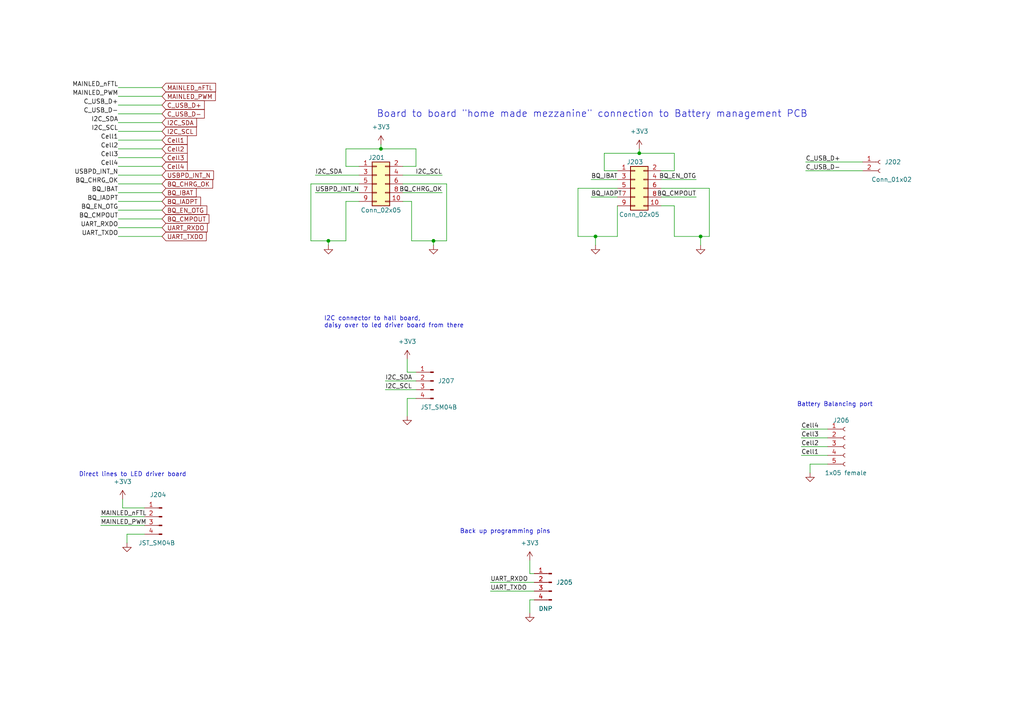
<source format=kicad_sch>
(kicad_sch (version 20211123) (generator eeschema)
  (paper "A4")
  (lib_symbols
    (symbol "Connector:Conn_01x02_Female" (pin_names (offset 1.016) hide)
      (property "Reference" "J" (at 0 2.54 0))
      (property "Value" "Conn_01x02_Female" (at 0 -5.08 0))
      (symbol "Conn_01x02_Female_1_1"
        (arc (start 0 -2.032) (mid -0.508 -2.54) (end 0 -3.048) (stroke (width 0.1524)))
        (polyline (pts (xy -1.27 -2.54) (xy -0.508 -2.54)) (stroke (width 0.1524)))
        (polyline (pts (xy -1.27 0) (xy -0.508 0)) (stroke (width 0.1524)))
        (arc (start 0 0.508) (mid -0.508 0) (end 0 -0.508) (stroke (width 0.1524)))
        (pin passive line (at -5.08 0 0) (length 3.81) (name "Pin_1") (number "1"))
        (pin passive line (at -5.08 -2.54 0) (length 3.81) (name "Pin_2") (number "2"))
      )
    )
    (symbol "Connector:Conn_01x04_Male" (pin_names (offset 1.016) hide)
      (property "Reference" "J" (at 0 5.08 0))
      (property "Value" "Conn_01x04_Male" (at 0 -7.62 0))
      (symbol "Conn_01x04_Male_1_1"
        (polyline (pts (xy 1.27 -5.08) (xy 0.8636 -5.08)) (stroke (width 0.1524)))
        (polyline (pts (xy 1.27 -2.54) (xy 0.8636 -2.54)) (stroke (width 0.1524)))
        (polyline (pts (xy 1.27 0) (xy 0.8636 0)) (stroke (width 0.1524)))
        (polyline (pts (xy 1.27 2.54) (xy 0.8636 2.54)) (stroke (width 0.1524)))
        (rectangle (start 0.8636 -4.953) (end 0 -5.207) (stroke (width 0.1524)) (fill (type outline)))
        (rectangle (start 0.8636 -2.413) (end 0 -2.667) (stroke (width 0.1524)) (fill (type outline)))
        (rectangle (start 0.8636 0.127) (end 0 -0.127) (stroke (width 0.1524)) (fill (type outline)))
        (rectangle (start 0.8636 2.667) (end 0 2.413) (stroke (width 0.1524)) (fill (type outline)))
        (pin passive line (at 5.08 2.54 180) (length 3.81) (name "Pin_1") (number "1"))
        (pin passive line (at 5.08 0 180) (length 3.81) (name "Pin_2") (number "2"))
        (pin passive line (at 5.08 -2.54 180) (length 3.81) (name "Pin_3") (number "3"))
        (pin passive line (at 5.08 -5.08 180) (length 3.81) (name "Pin_4") (number "4"))
      )
    )
    (symbol "Connector:Conn_01x05_Female" (pin_names (offset 1.016) hide)
      (property "Reference" "J" (at 0 7.62 0))
      (property "Value" "Conn_01x05_Female" (at 0 -7.62 0))
      (symbol "Conn_01x05_Female_1_1"
        (arc (start 0 -4.572) (mid -0.508 -5.08) (end 0 -5.588) (stroke (width 0.1524)))
        (arc (start 0 -2.032) (mid -0.508 -2.54) (end 0 -3.048) (stroke (width 0.1524)))
        (polyline (pts (xy -1.27 -5.08) (xy -0.508 -5.08)) (stroke (width 0.1524)))
        (polyline (pts (xy -1.27 -2.54) (xy -0.508 -2.54)) (stroke (width 0.1524)))
        (polyline (pts (xy -1.27 0) (xy -0.508 0)) (stroke (width 0.1524)))
        (polyline (pts (xy -1.27 2.54) (xy -0.508 2.54)) (stroke (width 0.1524)))
        (polyline (pts (xy -1.27 5.08) (xy -0.508 5.08)) (stroke (width 0.1524)))
        (arc (start 0 0.508) (mid -0.508 0) (end 0 -0.508) (stroke (width 0.1524)))
        (arc (start 0 3.048) (mid -0.508 2.54) (end 0 2.032) (stroke (width 0.1524)))
        (arc (start 0 5.588) (mid -0.508 5.08) (end 0 4.572) (stroke (width 0.1524)))
        (pin passive line (at -5.08 5.08 0) (length 3.81) (name "Pin_1") (number "1"))
        (pin passive line (at -5.08 2.54 0) (length 3.81) (name "Pin_2") (number "2"))
        (pin passive line (at -5.08 0 0) (length 3.81) (name "Pin_3") (number "3"))
        (pin passive line (at -5.08 -2.54 0) (length 3.81) (name "Pin_4") (number "4"))
        (pin passive line (at -5.08 -5.08 0) (length 3.81) (name "Pin_5") (number "5"))
      )
    )
    (symbol "Connector_Generic:Conn_02x05_Odd_Even" (pin_names (offset 1.016) hide)
      (property "Reference" "J" (at 1.27 7.62 0))
      (property "Value" "Conn_02x05_Odd_Even" (at 1.27 -7.62 0))
      (symbol "Conn_02x05_Odd_Even_1_1"
        (rectangle (start -1.27 -4.953) (end 0 -5.207) (stroke (width 0.1524)))
        (rectangle (start -1.27 -2.413) (end 0 -2.667) (stroke (width 0.1524)))
        (rectangle (start -1.27 0.127) (end 0 -0.127) (stroke (width 0.1524)))
        (rectangle (start -1.27 2.667) (end 0 2.413) (stroke (width 0.1524)))
        (rectangle (start -1.27 5.207) (end 0 4.953) (stroke (width 0.1524)))
        (rectangle (start -1.27 6.35) (end 3.81 -6.35) (stroke (width 0.254)) (fill (type background)))
        (rectangle (start 3.81 -4.953) (end 2.54 -5.207) (stroke (width 0.1524)))
        (rectangle (start 3.81 -2.413) (end 2.54 -2.667) (stroke (width 0.1524)))
        (rectangle (start 3.81 0.127) (end 2.54 -0.127) (stroke (width 0.1524)))
        (rectangle (start 3.81 2.667) (end 2.54 2.413) (stroke (width 0.1524)))
        (rectangle (start 3.81 5.207) (end 2.54 4.953) (stroke (width 0.1524)))
        (pin passive line (at -5.08 5.08 0) (length 3.81) (name "Pin_1") (number "1"))
        (pin passive line (at 7.62 -5.08 180) (length 3.81) (name "Pin_10") (number "10"))
        (pin passive line (at 7.62 5.08 180) (length 3.81) (name "Pin_2") (number "2"))
        (pin passive line (at -5.08 2.54 0) (length 3.81) (name "Pin_3") (number "3"))
        (pin passive line (at 7.62 2.54 180) (length 3.81) (name "Pin_4") (number "4"))
        (pin passive line (at -5.08 0 0) (length 3.81) (name "Pin_5") (number "5"))
        (pin passive line (at 7.62 0 180) (length 3.81) (name "Pin_6") (number "6"))
        (pin passive line (at -5.08 -2.54 0) (length 3.81) (name "Pin_7") (number "7"))
        (pin passive line (at 7.62 -2.54 180) (length 3.81) (name "Pin_8") (number "8"))
        (pin passive line (at -5.08 -5.08 0) (length 3.81) (name "Pin_9") (number "9"))
      )
    )
    (symbol "power:+3V3" (power) (pin_names (offset 0))
      (property "Value" "+3V3" (at 0 3.556 0))
      (symbol "+3V3_0_1"
        (polyline (pts (xy -0.762 1.27) (xy 0 2.54)))
        (polyline (pts (xy 0 0) (xy 0 2.54)))
        (polyline (pts (xy 0 2.54) (xy 0.762 1.27)))
      )
      (symbol "+3V3_1_1"
        (pin power_in line (at 0 0 90) (length 0) hide (name "+3V3") (number "1"))
      )
    )
    (symbol "power:GND" (power) (pin_names (offset 0))
      (property "Value" "GND" (at 0 -3.81 0))
      (symbol "GND_0_1"
        (polyline (pts (xy 0 0) (xy 0 -1.27) (xy 1.27 -1.27) (xy 0 -2.54) (xy -1.27 -1.27) (xy 0 -1.27)))
      )
      (symbol "GND_1_1"
        (pin power_in line (at 0 0 270) (length 0) hide (name "GND") (number "1"))
      )
    )
  )
  (junction (at 185.42 44.45))
  (junction (at 203.2 68.58))
  (junction (at 125.73 69.85))
  (junction (at 110.49 43.18))
  (junction (at 172.72 68.58))
  (junction (at 95.25 69.85))
  (wire (pts (xy 142.24 171.45) (xy 154.94 171.45)))
  (wire (pts (xy 203.2 68.58) (xy 205.74 68.58)))
  (wire (pts (xy 116.84 48.26) (xy 120.65 48.26)))
  (wire (pts (xy 179.07 54.61) (xy 167.64 54.61)))
  (wire (pts (xy 232.41 127) (xy 240.03 127)))
  (wire (pts (xy 154.94 173.99) (xy 153.67 173.99)))
  (wire (pts (xy 232.41 129.54) (xy 240.03 129.54)))
  (wire (pts (xy 172.72 68.58) (xy 179.07 68.58)))
  (wire (pts (xy 34.29 55.88) (xy 46.99 55.88)))
  (wire (pts (xy 90.17 53.34) (xy 90.17 69.85)))
  (wire (pts (xy 34.29 66.04) (xy 46.99 66.04)))
  (wire (pts (xy 116.84 53.34) (xy 129.54 53.34)))
  (wire (pts (xy 172.72 68.58) (xy 172.72 71.12)))
  (wire (pts (xy 110.49 43.18) (xy 120.65 43.18)))
  (wire (pts (xy 34.29 25.4) (xy 46.99 25.4)))
  (wire (pts (xy 36.83 154.94) (xy 41.91 154.94)))
  (wire (pts (xy 119.38 58.42) (xy 119.38 69.85)))
  (wire (pts (xy 185.42 44.45) (xy 195.58 44.45)))
  (wire (pts (xy 111.76 113.03) (xy 120.65 113.03)))
  (wire (pts (xy 90.17 53.34) (xy 104.14 53.34)))
  (wire (pts (xy 100.33 43.18) (xy 100.33 48.26)))
  (wire (pts (xy 116.84 55.88) (xy 128.27 55.88)))
  (wire (pts (xy 195.58 68.58) (xy 203.2 68.58)))
  (wire (pts (xy 205.74 68.58) (xy 205.74 54.61)))
  (wire (pts (xy 232.41 132.08) (xy 240.03 132.08)))
  (wire (pts (xy 167.64 54.61) (xy 167.64 68.58)))
  (wire (pts (xy 91.44 55.88) (xy 104.14 55.88)))
  (wire (pts (xy 34.29 30.48) (xy 46.99 30.48)))
  (wire (pts (xy 191.77 49.53) (xy 195.58 49.53)))
  (wire (pts (xy 91.44 50.8) (xy 104.14 50.8)))
  (wire (pts (xy 179.07 59.69) (xy 179.07 68.58)))
  (wire (pts (xy 100.33 43.18) (xy 110.49 43.18)))
  (wire (pts (xy 203.2 68.58) (xy 203.2 71.12)))
  (wire (pts (xy 120.65 43.18) (xy 120.65 48.26)))
  (wire (pts (xy 119.38 69.85) (xy 125.73 69.85)))
  (wire (pts (xy 34.29 58.42) (xy 46.99 58.42)))
  (wire (pts (xy 95.25 69.85) (xy 100.33 69.85)))
  (wire (pts (xy 34.29 60.96) (xy 46.99 60.96)))
  (wire (pts (xy 175.26 44.45) (xy 185.42 44.45)))
  (wire (pts (xy 191.77 52.07) (xy 201.93 52.07)))
  (wire (pts (xy 179.07 49.53) (xy 175.26 49.53)))
  (wire (pts (xy 171.45 57.15) (xy 179.07 57.15)))
  (wire (pts (xy 104.14 48.26) (xy 100.33 48.26)))
  (wire (pts (xy 111.76 110.49) (xy 120.65 110.49)))
  (wire (pts (xy 185.42 43.18) (xy 185.42 44.45)))
  (wire (pts (xy 234.95 134.62) (xy 234.95 137.16)))
  (wire (pts (xy 232.41 124.46) (xy 240.03 124.46)))
  (wire (pts (xy 153.67 173.99) (xy 153.67 177.8)))
  (wire (pts (xy 29.21 149.86) (xy 41.91 149.86)))
  (wire (pts (xy 233.68 46.99) (xy 250.19 46.99)))
  (wire (pts (xy 171.45 52.07) (xy 179.07 52.07)))
  (wire (pts (xy 95.25 71.12) (xy 95.25 69.85)))
  (wire (pts (xy 195.58 44.45) (xy 195.58 49.53)))
  (wire (pts (xy 100.33 58.42) (xy 100.33 69.85)))
  (wire (pts (xy 205.74 54.61) (xy 191.77 54.61)))
  (wire (pts (xy 120.65 115.57) (xy 118.11 115.57)))
  (wire (pts (xy 120.65 107.95) (xy 118.11 107.95)))
  (wire (pts (xy 34.29 35.56) (xy 46.99 35.56)))
  (wire (pts (xy 118.11 115.57) (xy 118.11 120.65)))
  (wire (pts (xy 34.29 43.18) (xy 46.99 43.18)))
  (wire (pts (xy 233.68 49.53) (xy 250.19 49.53)))
  (wire (pts (xy 90.17 69.85) (xy 95.25 69.85)))
  (wire (pts (xy 34.29 50.8) (xy 46.99 50.8)))
  (wire (pts (xy 34.29 38.1) (xy 46.99 38.1)))
  (wire (pts (xy 34.29 33.02) (xy 46.99 33.02)))
  (wire (pts (xy 172.72 68.58) (xy 167.64 68.58)))
  (wire (pts (xy 100.33 58.42) (xy 104.14 58.42)))
  (wire (pts (xy 35.56 147.32) (xy 41.91 147.32)))
  (wire (pts (xy 153.67 162.56) (xy 153.67 166.37)))
  (wire (pts (xy 34.29 27.94) (xy 46.99 27.94)))
  (wire (pts (xy 125.73 69.85) (xy 125.73 71.12)))
  (wire (pts (xy 34.29 48.26) (xy 46.99 48.26)))
  (wire (pts (xy 34.29 40.64) (xy 46.99 40.64)))
  (wire (pts (xy 175.26 44.45) (xy 175.26 49.53)))
  (wire (pts (xy 116.84 58.42) (xy 119.38 58.42)))
  (wire (pts (xy 34.29 53.34) (xy 46.99 53.34)))
  (wire (pts (xy 125.73 69.85) (xy 129.54 69.85)))
  (wire (pts (xy 34.29 45.72) (xy 46.99 45.72)))
  (wire (pts (xy 142.24 168.91) (xy 154.94 168.91)))
  (wire (pts (xy 116.84 50.8) (xy 128.27 50.8)))
  (wire (pts (xy 191.77 57.15) (xy 201.93 57.15)))
  (wire (pts (xy 34.29 63.5) (xy 46.99 63.5)))
  (wire (pts (xy 34.29 68.58) (xy 46.99 68.58)))
  (wire (pts (xy 36.83 154.94) (xy 36.83 157.48)))
  (wire (pts (xy 129.54 53.34) (xy 129.54 69.85)))
  (wire (pts (xy 29.21 152.4) (xy 41.91 152.4)))
  (wire (pts (xy 35.56 147.32) (xy 35.56 144.78)))
  (wire (pts (xy 153.67 166.37) (xy 154.94 166.37)))
  (wire (pts (xy 110.49 41.91) (xy 110.49 43.18)))
  (wire (pts (xy 195.58 59.69) (xy 195.58 68.58)))
  (wire (pts (xy 191.77 59.69) (xy 195.58 59.69)))
  (wire (pts (xy 118.11 107.95) (xy 118.11 104.14)))
  (wire (pts (xy 240.03 134.62) (xy 234.95 134.62)))
  (text "Back up programming pins" (at 133.35 154.94 0) (effects (font (size 1.27 1.27)) (justify left bottom)))
  (text "Board to board \"home made mezzanine\" connection to Battery management PCB\n" (at 109.22 34.29 0) (effects (font (size 2 2)) (justify left bottom)))
  (text "Battery Balancing port" (at 231.14 118.11 0) (effects (font (size 1.27 1.27)) (justify left bottom)))
  (text "I2C connector to hall board, \ndaisy over to led driver board from there\n" (at 93.98 95.25 0) (effects (font (size 1.27 1.27)) (justify left bottom)))
  (text "Direct lines to LED driver board\n" (at 22.86 138.43 0) (effects (font (size 1.27 1.27)) (justify left bottom)))
  (label "BQ_IADPT" (at 34.29 58.42 180))
  (label "UART_RXDO" (at 34.29 66.04 180))
  (label "C_USB_D+" (at 233.68 46.99 0))
  (label "BQ_EN_OTG" (at 34.29 60.96 180))
  (label "UART_TXDO" (at 142.24 171.45 0))
  (label "C_USB_D-" (at 233.68 49.53 0))
  (label "I2C_SDA" (at 34.29 35.56 180))
  (label "Cell3" (at 232.41 127 0))
  (label "Cell2" (at 34.29 43.18 180))
  (label "BQ_IBAT" (at 34.29 55.88 180))
  (label "BQ_CMPOUT" (at 34.29 63.5 180))
  (label "Cell3" (at 34.29 45.72 180))
  (label "MAINLED_nFTL" (at 34.29 25.4 180))
  (label "BQ_IADPT" (at 171.45 57.15 0))
  (label "MAINLED_PWM" (at 29.21 152.4 0))
  (label "Cell2" (at 232.41 129.54 0))
  (label "BQ_IBAT" (at 171.45 52.07 0))
  (label "Cell4" (at 34.29 48.26 180))
  (label "USBPD_INT_N" (at 91.44 55.88 0))
  (label "Cell4" (at 232.41 124.46 0))
  (label "BQ_CMPOUT" (at 201.93 57.15 180))
  (label "MAINLED_nFTL" (at 29.21 149.86 0))
  (label "I2C_SDA" (at 91.44 50.8 0))
  (label "BQ_CHRG_OK" (at 34.29 53.34 180))
  (label "UART_TXDO" (at 34.29 68.58 180))
  (label "I2C_SDA" (at 111.76 110.49 0))
  (label "I2C_SCL" (at 128.27 50.8 180))
  (label "MAINLED_PWM" (at 34.29 27.94 180))
  (label "C_USB_D-" (at 34.29 33.02 180))
  (label "I2C_SCL" (at 34.29 38.1 180))
  (label "Cell1" (at 34.29 40.64 180))
  (label "USBPD_INT_N" (at 34.29 50.8 180))
  (label "Cell1" (at 232.41 132.08 0))
  (label "BQ_EN_OTG" (at 201.93 52.07 180))
  (label "BQ_CHRG_OK" (at 128.27 55.88 180))
  (label "I2C_SCL" (at 111.76 113.03 0))
  (label "UART_RXDO" (at 142.24 168.91 0))
  (label "C_USB_D+" (at 34.29 30.48 180))
  (global_label "Cell4" (shape input) (at 46.99 48.26 0) (property "Intersheet References" "${INTERSHEET_REFS}" (effects hide)))
  (global_label "UART_TXDO" (shape input) (at 46.99 68.58 0) (property "Intersheet References" "${INTERSHEET_REFS}" (effects hide)))
  (global_label "USBPD_INT_N" (shape input) (at 46.99 50.8 0) (property "Intersheet References" "${INTERSHEET_REFS}" (effects hide)))
  (global_label "Cell3" (shape input) (at 46.99 45.72 0) (property "Intersheet References" "${INTERSHEET_REFS}" (effects hide)))
  (global_label "BQ_CMPOUT" (shape input) (at 46.99 63.5 0) (property "Intersheet References" "${INTERSHEET_REFS}" (effects hide)))
  (global_label "I2C_SDA" (shape input) (at 46.99 35.56 0) (property "Intersheet References" "${INTERSHEET_REFS}" (effects hide)))
  (global_label "UART_RXDO" (shape input) (at 46.99 66.04 0) (property "Intersheet References" "${INTERSHEET_REFS}" (effects hide)))
  (global_label "Cell1" (shape input) (at 46.99 40.64 0) (property "Intersheet References" "${INTERSHEET_REFS}" (effects hide)))
  (global_label "BQ_CHRG_OK" (shape input) (at 46.99 53.34 0) (property "Intersheet References" "${INTERSHEET_REFS}" (effects hide)))
  (global_label "MAINLED_PWM" (shape input) (at 46.99 27.94 0) (property "Intersheet References" "${INTERSHEET_REFS}" (effects hide)))
  (global_label "I2C_SCL" (shape input) (at 46.99 38.1 0) (property "Intersheet References" "${INTERSHEET_REFS}" (effects hide)))
  (global_label "BQ_IADPT" (shape input) (at 46.99 58.42 0) (property "Intersheet References" "${INTERSHEET_REFS}" (effects hide)))
  (global_label "BQ_IBAT" (shape input) (at 46.99 55.88 0) (property "Intersheet References" "${INTERSHEET_REFS}" (effects hide)))
  (global_label "C_USB_D-" (shape input) (at 46.99 33.02 0) (property "Intersheet References" "${INTERSHEET_REFS}" (effects hide)))
  (global_label "MAINLED_nFTL" (shape input) (at 46.99 25.4 0) (property "Intersheet References" "${INTERSHEET_REFS}" (effects hide)))
  (global_label "Cell2" (shape input) (at 46.99 43.18 0) (property "Intersheet References" "${INTERSHEET_REFS}" (effects hide)))
  (global_label "C_USB_D+" (shape input) (at 46.99 30.48 0) (property "Intersheet References" "${INTERSHEET_REFS}" (effects hide)))
  (global_label "BQ_EN_OTG" (shape input) (at 46.99 60.96 0) (property "Intersheet References" "${INTERSHEET_REFS}" (effects hide)))
  (symbol (lib_id "Connector:Conn_01x05_Female") (at 245.11 129.54 0) (unit 1)
    (property "Reference" "J206" (at 246.38 121.92 0) (effects (justify right)))
    (property "Value" "1x05 female" (at 251.46 137.16 0) (effects (justify right)))
    (property "Footprint" "Connector_PinSocket_1.27mm:PinSocket_1x05_P1.27mm_Vertical_SMD_Pin1Left" (effects hide))
    (property "MfID" "M50-3140545" (effects hide))
  )
  (symbol (lib_id "power:GND") (at 153.67 177.8 0) (unit 1)
    (property "Reference" "#PWR0209" (effects hide))
    (property "Value" "GND" (effects hide))
  )
  (symbol (lib_id "power:+3V3") (at 35.56 144.78 0) (unit 1)
    (property "Reference" "#PWR0110" (effects hide))
    (property "Value" "+3V3" (at 35.56 139.7 0))
  )
  (symbol (lib_id "power:GND") (at 234.95 137.16 0) (unit 1)
    (property "Reference" "#PWR0211" (effects hide))
    (property "Value" "GND" (effects hide))
  )
  (symbol (lib_id "Connector:Conn_01x02_Female") (at 255.27 46.99 0) (unit 1)
    (property "Reference" "J202" (at 256.54 46.9899 0) (effects (justify left)))
    (property "Value" "Conn_01x02" (at 252.73 52.07 0) (effects (justify left)))
    (property "Footprint" "Connector_PinSocket_1.27mm:PinSocket_1x02_P1.27mm_Vertical_SMD_Pin1Left" (effects hide))
    (property "MfID" "M50-3140245" (effects hide))
  )
  (symbol (lib_id "power:GND") (at 203.2 71.12 0) (unit 1)
    (property "Reference" "#PWR0207" (effects hide))
    (property "Value" "GND" (effects hide))
  )
  (symbol (lib_id "Connector:Conn_01x04_Male") (at 160.02 168.91 0) (mirror y) (unit 1)
    (property "Reference" "J205" (at 161.29 168.9099 0) (effects (justify right)))
    (property "Value" "DNP" (at 156.21 176.53 0) (effects (justify right)))
    (property "Footprint" "Connector_PinHeader_1.27mm:PinHeader_2x02_P1.27mm_Vertical_SMD" (effects hide))
    (property "MfID" "GRPB022VWQS-RC" (effects hide))
  )
  (symbol (lib_id "power:GND") (at 95.25 71.12 0) (unit 1)
    (property "Reference" "#PWR0201" (effects hide))
    (property "Value" "GND" (effects hide))
  )
  (symbol (lib_id "power:GND") (at 172.72 71.12 0) (unit 1)
    (property "Reference" "#PWR0205" (effects hide))
    (property "Value" "GND" (effects hide))
  )
  (symbol (lib_id "Connector:Conn_01x04_Male") (at 125.73 110.49 0) (mirror y) (unit 1)
    (property "Reference" "J207" (at 127 110.4899 0) (effects (justify right)))
    (property "Value" "JST_SM04B" (at 121.92 118.11 0) (effects (justify right)))
    (property "Footprint" "Connector_JST:JST_SH_SM04B-SRSS-TB_1x04-1MP_P1.00mm_Horizontal" (effects hide))
    (property "MfID" "SM04B-SRSS-TB(LF)(SN)" (effects hide))
  )
  (symbol (lib_id "power:GND") (at 125.73 71.12 0) (unit 1)
    (property "Reference" "#PWR0203" (effects hide))
    (property "Value" "GND" (effects hide))
  )
  (symbol (lib_id "power:+3V3") (at 110.49 41.91 0) (unit 1)
    (property "Reference" "#PWR0202" (effects hide))
    (property "Value" "+3V3" (at 110.49 36.83 0))
  )
  (symbol (lib_id "power:GND") (at 118.11 120.65 0) (unit 1)
    (property "Reference" "#PWR0212" (effects hide))
    (property "Value" "GND" (effects hide))
  )
  (symbol (lib_id "power:+3V3") (at 185.42 43.18 0) (unit 1)
    (property "Reference" "#PWR0206" (effects hide))
    (property "Value" "+3V3" (at 185.42 38.1 0))
  )
  (symbol (lib_id "power:+3V3") (at 118.11 104.14 0) (unit 1)
    (property "Reference" "#PWR0213" (effects hide))
    (property "Value" "+3V3" (at 118.11 99.06 0))
  )
  (symbol (lib_id "Connector:Conn_01x04_Male") (at 46.99 149.86 0) (mirror y) (unit 1)
    (property "Reference" "J204" (at 48.26 143.51 0) (effects (justify left)))
    (property "Value" "JST_SM04B" (at 50.8 157.48 0) (effects (justify left)))
    (property "Footprint" "Connector_JST:JST_SH_SM04B-SRSS-TB_1x04-1MP_P1.00mm_Horizontal" (effects hide))
    (property "MfID" "SM04B-SRSS-TB(LF)(SN)" (effects hide))
  )
  (symbol (lib_id "Connector_Generic:Conn_02x05_Odd_Even") (at 109.22 53.34 0) (unit 1)
    (property "Reference" "J201" (at 109.22 45.72 0))
    (property "Value" "Conn_02x05" (at 110.49 60.96 0))
    (property "Footprint" "Connector_PinSocket_1.27mm:PinSocket_2x05_P1.27mm_Vertical_SMD" (effects hide))
    (property "MfID" "20021321-00010C4LF" (effects hide))
  )
  (symbol (lib_id "power:+3V3") (at 153.67 162.56 0) (unit 1)
    (property "Reference" "#PWR0210" (effects hide))
    (property "Value" "+3V3" (at 153.67 157.48 0))
  )
  (symbol (lib_id "Connector_Generic:Conn_02x05_Odd_Even") (at 184.15 54.61 0) (unit 1)
    (property "Reference" "J203" (at 184.15 46.99 0))
    (property "Value" "Conn_02x05" (at 185.42 62.23 0))
    (property "Footprint" "Connector_PinSocket_1.27mm:PinSocket_2x05_P1.27mm_Vertical_SMD" (effects hide))
    (property "MfID" "20021321-00010C4LF" (effects hide))
  )
  (symbol (lib_id "power:GND") (at 36.83 157.48 0) (unit 1)
    (property "Reference" "#PWR0208" (effects hide))
    (property "Value" "GND" (effects hide))
  )
)
</source>
